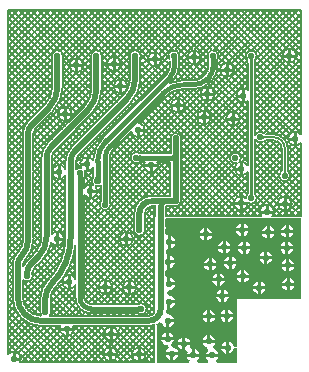
<source format=gbl>
G04 Layer_Physical_Order=2*
G04 Layer_Color=16711680*
%FSLAX24Y24*%
%MOIN*%
G70*
G01*
G75*
%ADD10C,0.0050*%
%ADD11C,0.0200*%
%ADD12C,0.0100*%
%ADD15C,0.0150*%
%ADD38C,0.0220*%
%ADD39C,0.0200*%
G36*
X8280Y5753D02*
X8282Y5732D01*
X8284Y5722D01*
X8287Y5713D01*
X8290Y5705D01*
X8293Y5697D01*
X8297Y5690D01*
X8302Y5684D01*
X8307Y5679D01*
X8153D01*
X8158Y5684D01*
X8163Y5690D01*
X8167Y5697D01*
X8170Y5705D01*
X8173Y5713D01*
X8176Y5722D01*
X8178Y5732D01*
X8179Y5742D01*
X8180Y5753D01*
X8180Y5764D01*
X8280D01*
X8280Y5753D01*
D02*
G37*
G36*
X3180Y6312D02*
X3180Y6245D01*
X3027Y6252D01*
X3027Y6253D01*
X3028Y6256D01*
X3028Y6259D01*
X3029Y6271D01*
X3030Y6321D01*
X3180Y6312D01*
D02*
G37*
G36*
X2597Y6350D02*
X2596Y6348D01*
X2596Y6345D01*
X2595Y6317D01*
X2595Y6284D01*
X2445D01*
X2443Y6351D01*
X2597D01*
X2597Y6350D01*
D02*
G37*
G36*
X4481Y1836D02*
X4480Y1837D01*
X4478Y1837D01*
X4475Y1837D01*
X4447Y1838D01*
X4414Y1838D01*
Y1988D01*
X4481Y1990D01*
Y1836D01*
D02*
G37*
G36*
X8750Y4936D02*
X8832Y4952D01*
X8877Y4946D01*
X8902Y4929D01*
X8931Y4924D01*
X9264D01*
X9264Y4924D01*
X9264Y4924D01*
X9688D01*
X9688Y4924D01*
X9688Y4924D01*
X9875D01*
X9898Y4905D01*
Y2250D01*
X7750D01*
Y651D01*
X7650Y641D01*
X7638Y702D01*
X7591Y771D01*
X7522Y818D01*
X7490Y824D01*
Y620D01*
Y416D01*
X7522Y422D01*
X7591Y469D01*
X7638Y538D01*
X7650Y599D01*
X7750Y589D01*
Y102D01*
X7087D01*
X7056Y202D01*
X7081Y219D01*
X7128Y288D01*
X7134Y320D01*
X6726D01*
X6732Y288D01*
X6779Y219D01*
X6804Y202D01*
X6773Y102D01*
X6457D01*
X6427Y202D01*
X6451Y219D01*
X6498Y288D01*
X6504Y320D01*
X6096D01*
X6102Y288D01*
X6149Y219D01*
X6173Y202D01*
X6143Y102D01*
X5095D01*
X5076Y125D01*
Y285D01*
X5076Y285D01*
X5076Y285D01*
Y497D01*
X5076Y497D01*
X5076Y497D01*
Y1133D01*
X5076Y1133D01*
X5076Y1133D01*
Y1203D01*
X5076Y1203D01*
X5076Y1203D01*
Y1367D01*
X5071Y1397D01*
X5074Y1408D01*
X5163Y1458D01*
X5252Y1428D01*
X5299Y1359D01*
X5368Y1312D01*
X5400Y1306D01*
Y1510D01*
X5450D01*
Y1560D01*
X5654D01*
X5648Y1592D01*
X5601Y1661D01*
X5532Y1708D01*
X5450Y1724D01*
X5386Y1799D01*
X5394Y1864D01*
X5430Y1890D01*
Y2140D01*
X5480D01*
Y2190D01*
X5684D01*
X5678Y2222D01*
X5631Y2291D01*
X5562Y2338D01*
X5480Y2354D01*
X5419Y2433D01*
Y2457D01*
X5480Y2536D01*
X5562Y2552D01*
X5631Y2599D01*
X5678Y2668D01*
X5684Y2700D01*
X5480D01*
Y2750D01*
X5430D01*
Y2985D01*
X5363Y3035D01*
Y3188D01*
X5420Y3233D01*
Y3480D01*
Y3727D01*
X5378Y3760D01*
X5380Y3863D01*
X5440Y3905D01*
Y4130D01*
Y4355D01*
X5363Y4409D01*
Y4559D01*
X5373Y4610D01*
X5363Y4661D01*
Y4905D01*
X5385Y4924D01*
X6294D01*
X6294Y4924D01*
X6294Y4924D01*
X6506D01*
X6506Y4924D01*
X6506Y4924D01*
X8203D01*
X8203Y4924D01*
X8203Y4924D01*
X8569D01*
X8598Y4929D01*
X8623Y4946D01*
X8668Y4952D01*
X8750Y4936D01*
D02*
G37*
G36*
X3440Y5522D02*
X3440Y5455D01*
X3287Y5462D01*
X3287Y5463D01*
X3288Y5466D01*
X3288Y5469D01*
X3289Y5481D01*
X3290Y5531D01*
X3440Y5522D01*
D02*
G37*
G36*
X9375Y6510D02*
X9375Y6502D01*
X9377Y6493D01*
X9379Y6484D01*
X9383Y6474D01*
X9387Y6465D01*
X9393Y6455D01*
X9399Y6444D01*
X9415Y6423D01*
X9424Y6411D01*
X9270Y6425D01*
X9281Y6434D01*
X9290Y6443D01*
X9298Y6452D01*
X9305Y6461D01*
X9311Y6470D01*
X9316Y6479D01*
X9320Y6488D01*
X9323Y6497D01*
X9324Y6506D01*
X9325Y6515D01*
X9375Y6510D01*
D02*
G37*
G36*
X8282Y10275D02*
X8282Y10271D01*
X8307D01*
X8302Y10266D01*
X8297Y10260D01*
X8293Y10253D01*
X8290Y10245D01*
X8287Y10237D01*
X8284Y10228D01*
X8282Y10218D01*
X8281Y10208D01*
X8281Y10203D01*
X8280Y10124D01*
X8180D01*
X8178Y10212D01*
X8178Y10218D01*
X8176Y10228D01*
X8173Y10237D01*
X8170Y10245D01*
X8167Y10253D01*
X8163Y10260D01*
X8158Y10266D01*
X8153Y10271D01*
X8177D01*
X8177Y10277D01*
X8283D01*
X8282Y10275D01*
D02*
G37*
G36*
X5735Y10214D02*
X5585Y10195D01*
X5585Y10208D01*
X5581Y10263D01*
X5580Y10265D01*
X5734Y10279D01*
X5735Y10214D01*
D02*
G37*
G36*
X7027Y10270D02*
X7026Y10268D01*
X7026Y10265D01*
X7025Y10237D01*
X7025Y10204D01*
X6875D01*
X6873Y10271D01*
X7027D01*
X7027Y10270D01*
D02*
G37*
G36*
X4480Y7027D02*
X4482Y7026D01*
X4485Y7026D01*
X4513Y7025D01*
X4546Y7025D01*
Y6875D01*
X4479Y6873D01*
Y7027D01*
X4480Y7027D01*
D02*
G37*
G36*
X5641Y6873D02*
X5640Y6873D01*
X5638Y6874D01*
X5635Y6874D01*
X5607Y6875D01*
X5574Y6875D01*
Y7025D01*
X5641Y7027D01*
Y6873D01*
D02*
G37*
G36*
X8619Y7697D02*
X8638Y7680D01*
X8648Y7674D01*
X8658Y7668D01*
X8667Y7663D01*
X8676Y7660D01*
X8685Y7657D01*
X8694Y7656D01*
X8703Y7655D01*
Y7605D01*
X8694Y7604D01*
X8685Y7603D01*
X8676Y7600D01*
X8667Y7597D01*
X8658Y7592D01*
X8648Y7586D01*
X8638Y7580D01*
X8629Y7572D01*
X8619Y7563D01*
X8609Y7553D01*
Y7707D01*
X8619Y7697D01*
D02*
G37*
%LPC*%
G36*
X8694Y2570D02*
X8540D01*
Y2416D01*
X8572Y2422D01*
X8641Y2469D01*
X8688Y2538D01*
X8694Y2570D01*
D02*
G37*
G36*
X8440D02*
X8286D01*
X8292Y2538D01*
X8339Y2469D01*
X8408Y2422D01*
X8440Y2416D01*
Y2570D01*
D02*
G37*
G36*
X9410Y2680D02*
X9256D01*
X9262Y2648D01*
X9309Y2579D01*
X9378Y2532D01*
X9410Y2526D01*
Y2680D01*
D02*
G37*
G36*
X8440Y2824D02*
X8408Y2818D01*
X8339Y2771D01*
X8292Y2702D01*
X8286Y2670D01*
X8440D01*
Y2824D01*
D02*
G37*
G36*
X9664Y2680D02*
X9510D01*
Y2526D01*
X9542Y2532D01*
X9611Y2579D01*
X9658Y2648D01*
X9664Y2680D01*
D02*
G37*
G36*
X7220Y2290D02*
X7066D01*
X7072Y2258D01*
X7119Y2189D01*
X7188Y2142D01*
X7220Y2136D01*
Y2290D01*
D02*
G37*
G36*
X5684Y2090D02*
X5530D01*
Y1936D01*
X5562Y1942D01*
X5631Y1989D01*
X5678Y2058D01*
X5684Y2090D01*
D02*
G37*
G36*
X7474Y2290D02*
X7320D01*
Y2136D01*
X7352Y2142D01*
X7421Y2189D01*
X7468Y2258D01*
X7474Y2290D01*
D02*
G37*
G36*
X7320Y2544D02*
Y2390D01*
X7474D01*
X7468Y2422D01*
X7421Y2491D01*
X7352Y2538D01*
X7320Y2544D01*
D02*
G37*
G36*
X7220D02*
X7188Y2538D01*
X7119Y2491D01*
X7072Y2422D01*
X7066Y2390D01*
X7220D01*
Y2544D01*
D02*
G37*
G36*
X8540Y2824D02*
Y2670D01*
X8694D01*
X8688Y2702D01*
X8641Y2771D01*
X8572Y2818D01*
X8540Y2824D01*
D02*
G37*
G36*
X7090Y3094D02*
X7058Y3088D01*
X6989Y3041D01*
X6942Y2972D01*
X6936Y2940D01*
X7090D01*
Y3094D01*
D02*
G37*
G36*
X5530Y2954D02*
Y2800D01*
X5684D01*
X5678Y2832D01*
X5631Y2901D01*
X5562Y2948D01*
X5530Y2954D01*
D02*
G37*
G36*
X7190Y3094D02*
Y2940D01*
X7344D01*
X7338Y2972D01*
X7291Y3041D01*
X7222Y3088D01*
X7190Y3094D01*
D02*
G37*
G36*
X8000Y3204D02*
Y3050D01*
X8154D01*
X8148Y3082D01*
X8101Y3151D01*
X8032Y3198D01*
X8000Y3204D01*
D02*
G37*
G36*
X7900D02*
X7868Y3198D01*
X7799Y3151D01*
X7752Y3082D01*
X7746Y3050D01*
X7900D01*
Y3204D01*
D02*
G37*
G36*
X8154Y2950D02*
X8000D01*
Y2796D01*
X8032Y2802D01*
X8101Y2849D01*
X8148Y2918D01*
X8154Y2950D01*
D02*
G37*
G36*
X7344Y2840D02*
X7190D01*
Y2686D01*
X7222Y2692D01*
X7291Y2739D01*
X7338Y2808D01*
X7344Y2840D01*
D02*
G37*
G36*
X7090D02*
X6936D01*
X6942Y2808D01*
X6989Y2739D01*
X7058Y2692D01*
X7090Y2686D01*
Y2840D01*
D02*
G37*
G36*
X9410Y2934D02*
X9378Y2928D01*
X9309Y2881D01*
X9262Y2812D01*
X9256Y2780D01*
X9410D01*
Y2934D01*
D02*
G37*
G36*
X7900Y2950D02*
X7746D01*
X7752Y2918D01*
X7799Y2849D01*
X7868Y2802D01*
X7900Y2796D01*
Y2950D01*
D02*
G37*
G36*
X9510Y2934D02*
Y2780D01*
X9664D01*
X9658Y2812D01*
X9611Y2881D01*
X9542Y2928D01*
X9510Y2934D01*
D02*
G37*
G36*
X7470Y1884D02*
Y1730D01*
X7624D01*
X7618Y1762D01*
X7571Y1831D01*
X7502Y1878D01*
X7470Y1884D01*
D02*
G37*
G36*
X5938Y704D02*
X5784D01*
X5790Y672D01*
X5837Y603D01*
X5906Y556D01*
X5938Y550D01*
Y704D01*
D02*
G37*
G36*
X5644Y860D02*
X5236D01*
X5242Y828D01*
X5289Y759D01*
X5358Y712D01*
X5429Y698D01*
X5440Y696D01*
X5447Y694D01*
X5475Y593D01*
X5437Y567D01*
X5391Y498D01*
X5384Y466D01*
X5793D01*
X5786Y498D01*
X5740Y567D01*
X5670Y614D01*
X5599Y628D01*
X5588Y630D01*
X5581Y632D01*
X5554Y733D01*
X5591Y759D01*
X5638Y828D01*
X5644Y860D01*
D02*
G37*
G36*
X7390Y824D02*
X7358Y818D01*
X7289Y771D01*
X7242Y702D01*
X7236Y670D01*
X7390D01*
Y824D01*
D02*
G37*
G36*
X6038Y958D02*
Y804D01*
X6192D01*
X6186Y836D01*
X6140Y906D01*
X6070Y952D01*
X6038Y958D01*
D02*
G37*
G36*
X5938D02*
X5906Y952D01*
X5837Y906D01*
X5790Y836D01*
X5784Y804D01*
X5938D01*
Y958D01*
D02*
G37*
G36*
X7024Y780D02*
X6616D01*
X6622Y748D01*
X6669Y679D01*
X6738Y632D01*
X6758Y628D01*
X6779Y522D01*
X6779Y521D01*
X6732Y452D01*
X6726Y420D01*
X7134D01*
X7128Y452D01*
X7081Y521D01*
X7012Y568D01*
X6992Y572D01*
X6971Y678D01*
X6971Y679D01*
X7018Y748D01*
X7024Y780D01*
D02*
G37*
G36*
X5793Y366D02*
X5638D01*
Y212D01*
X5670Y218D01*
X5740Y264D01*
X5786Y334D01*
X5793Y366D01*
D02*
G37*
G36*
X5538D02*
X5384D01*
X5391Y334D01*
X5437Y264D01*
X5507Y218D01*
X5538Y212D01*
Y366D01*
D02*
G37*
G36*
X7390Y570D02*
X7236D01*
X7242Y538D01*
X7289Y469D01*
X7358Y422D01*
X7390Y416D01*
Y570D01*
D02*
G37*
G36*
X6350Y574D02*
Y420D01*
X6504D01*
X6498Y452D01*
X6451Y521D01*
X6382Y568D01*
X6350Y574D01*
D02*
G37*
G36*
X6192Y704D02*
X6038D01*
Y550D01*
X6049Y552D01*
X6100Y499D01*
X6115Y471D01*
X6102Y452D01*
X6096Y420D01*
X6250D01*
Y574D01*
X6239Y572D01*
X6188Y625D01*
X6173Y653D01*
X6186Y672D01*
X6192Y704D01*
D02*
G37*
G36*
X6770Y1034D02*
X6738Y1028D01*
X6669Y981D01*
X6622Y912D01*
X6616Y880D01*
X6770D01*
Y1034D01*
D02*
G37*
G36*
X7624Y1630D02*
X7470D01*
Y1476D01*
X7502Y1482D01*
X7571Y1529D01*
X7618Y1598D01*
X7624Y1630D01*
D02*
G37*
G36*
X7370D02*
X7216D01*
X7222Y1598D01*
X7269Y1529D01*
X7338Y1482D01*
X7370Y1476D01*
Y1630D01*
D02*
G37*
G36*
X6770Y1874D02*
X6738Y1868D01*
X6669Y1821D01*
X6622Y1752D01*
X6616Y1720D01*
X6770D01*
Y1874D01*
D02*
G37*
G36*
X7370Y1884D02*
X7338Y1878D01*
X7269Y1831D01*
X7222Y1762D01*
X7216Y1730D01*
X7370D01*
Y1884D01*
D02*
G37*
G36*
X6870Y1874D02*
Y1720D01*
X7024D01*
X7018Y1752D01*
X6971Y1821D01*
X6902Y1868D01*
X6870Y1874D01*
D02*
G37*
G36*
X7024Y1620D02*
X6870D01*
Y1466D01*
X6902Y1472D01*
X6971Y1519D01*
X7018Y1588D01*
X7024Y1620D01*
D02*
G37*
G36*
X5390Y1114D02*
X5358Y1108D01*
X5289Y1061D01*
X5242Y992D01*
X5236Y960D01*
X5390D01*
Y1114D01*
D02*
G37*
G36*
X6870Y1034D02*
Y880D01*
X7024D01*
X7018Y912D01*
X6971Y981D01*
X6902Y1028D01*
X6870Y1034D01*
D02*
G37*
G36*
X5490Y1114D02*
Y960D01*
X5644D01*
X5638Y992D01*
X5591Y1061D01*
X5522Y1108D01*
X5490Y1114D01*
D02*
G37*
G36*
X6770Y1620D02*
X6616D01*
X6622Y1588D01*
X6669Y1519D01*
X6738Y1472D01*
X6770Y1466D01*
Y1620D01*
D02*
G37*
G36*
X5654Y1460D02*
X5500D01*
Y1306D01*
X5532Y1312D01*
X5601Y1359D01*
X5648Y1428D01*
X5654Y1460D01*
D02*
G37*
G36*
X9400Y3310D02*
X9246D01*
X9252Y3278D01*
X9299Y3209D01*
X9368Y3162D01*
X9400Y3156D01*
Y3310D01*
D02*
G37*
G36*
X6670Y4350D02*
X6516D01*
X6522Y4318D01*
X6569Y4249D01*
X6638Y4202D01*
X6670Y4196D01*
Y4350D01*
D02*
G37*
G36*
X5540Y4334D02*
Y4180D01*
X5694D01*
X5688Y4212D01*
X5641Y4281D01*
X5572Y4328D01*
X5540Y4334D01*
D02*
G37*
G36*
X6924Y4350D02*
X6770D01*
Y4196D01*
X6802Y4202D01*
X6871Y4249D01*
X6918Y4318D01*
X6924Y4350D01*
D02*
G37*
G36*
X9004Y4420D02*
X8850D01*
Y4266D01*
X8882Y4272D01*
X8951Y4319D01*
X8998Y4388D01*
X9004Y4420D01*
D02*
G37*
G36*
X8750D02*
X8596D01*
X8602Y4388D01*
X8649Y4319D01*
X8718Y4272D01*
X8750Y4266D01*
Y4420D01*
D02*
G37*
G36*
X7380Y4164D02*
Y4010D01*
X7534D01*
X7528Y4042D01*
X7481Y4111D01*
X7412Y4158D01*
X7380Y4164D01*
D02*
G37*
G36*
X9470Y4144D02*
Y3990D01*
X9624D01*
X9618Y4022D01*
X9571Y4091D01*
X9502Y4138D01*
X9470Y4144D01*
D02*
G37*
G36*
X9370D02*
X9338Y4138D01*
X9269Y4091D01*
X9222Y4022D01*
X9216Y3990D01*
X9370D01*
Y4144D01*
D02*
G37*
G36*
X7950Y4154D02*
X7918Y4148D01*
X7849Y4101D01*
X7802Y4032D01*
X7796Y4000D01*
X7950D01*
Y4154D01*
D02*
G37*
G36*
X7280Y4164D02*
X7248Y4158D01*
X7179Y4111D01*
X7132Y4042D01*
X7126Y4010D01*
X7280D01*
Y4164D01*
D02*
G37*
G36*
X8050Y4154D02*
Y4000D01*
X8204D01*
X8198Y4032D01*
X8151Y4101D01*
X8082Y4148D01*
X8050Y4154D01*
D02*
G37*
G36*
X9380Y4450D02*
X9226D01*
X9232Y4418D01*
X9279Y4349D01*
X9348Y4302D01*
X9380Y4296D01*
Y4450D01*
D02*
G37*
G36*
Y4704D02*
X9348Y4698D01*
X9279Y4651D01*
X9232Y4582D01*
X9226Y4550D01*
X9380D01*
Y4704D01*
D02*
G37*
G36*
X8850Y4674D02*
Y4520D01*
X9004D01*
X8998Y4552D01*
X8951Y4621D01*
X8882Y4668D01*
X8850Y4674D01*
D02*
G37*
G36*
X9480Y4704D02*
Y4550D01*
X9634D01*
X9628Y4582D01*
X9581Y4651D01*
X9512Y4698D01*
X9480Y4704D01*
D02*
G37*
G36*
X7980Y4744D02*
Y4590D01*
X8134D01*
X8128Y4622D01*
X8081Y4691D01*
X8012Y4738D01*
X7980Y4744D01*
D02*
G37*
G36*
X7880D02*
X7848Y4738D01*
X7779Y4691D01*
X7732Y4622D01*
X7726Y4590D01*
X7880D01*
Y4744D01*
D02*
G37*
G36*
X8750Y4674D02*
X8718Y4668D01*
X8649Y4621D01*
X8602Y4552D01*
X8596Y4520D01*
X8750D01*
Y4674D01*
D02*
G37*
G36*
X7880Y4490D02*
X7726D01*
X7732Y4458D01*
X7779Y4389D01*
X7848Y4342D01*
X7880Y4336D01*
Y4490D01*
D02*
G37*
G36*
X9634Y4450D02*
X9480D01*
Y4296D01*
X9512Y4302D01*
X9581Y4349D01*
X9628Y4418D01*
X9634Y4450D01*
D02*
G37*
G36*
X8134Y4490D02*
X7980D01*
Y4336D01*
X8012Y4342D01*
X8081Y4389D01*
X8128Y4458D01*
X8134Y4490D01*
D02*
G37*
G36*
X6770Y4604D02*
Y4450D01*
X6924D01*
X6918Y4482D01*
X6871Y4551D01*
X6802Y4598D01*
X6770Y4604D01*
D02*
G37*
G36*
X6670D02*
X6638Y4598D01*
X6569Y4551D01*
X6522Y4482D01*
X6516Y4450D01*
X6670D01*
Y4604D01*
D02*
G37*
G36*
X5694Y4080D02*
X5540D01*
Y3926D01*
X5572Y3932D01*
X5641Y3979D01*
X5688Y4048D01*
X5694Y4080D01*
D02*
G37*
G36*
X9500Y3564D02*
Y3410D01*
X9654D01*
X9648Y3442D01*
X9601Y3511D01*
X9532Y3558D01*
X9500Y3564D01*
D02*
G37*
G36*
X9400D02*
X9368Y3558D01*
X9299Y3511D01*
X9252Y3442D01*
X9246Y3410D01*
X9400D01*
Y3564D01*
D02*
G37*
G36*
X8660Y3570D02*
X8506D01*
X8512Y3538D01*
X8559Y3469D01*
X8628Y3422D01*
X8660Y3416D01*
Y3570D01*
D02*
G37*
G36*
X6810Y3604D02*
X6778Y3598D01*
X6709Y3551D01*
X6662Y3482D01*
X6656Y3450D01*
X6810D01*
Y3604D01*
D02*
G37*
G36*
X8914Y3570D02*
X8760D01*
Y3416D01*
X8792Y3422D01*
X8861Y3469D01*
X8908Y3538D01*
X8914Y3570D01*
D02*
G37*
G36*
X5674Y3430D02*
X5520D01*
Y3276D01*
X5552Y3282D01*
X5621Y3329D01*
X5668Y3398D01*
X5674Y3430D01*
D02*
G37*
G36*
X6810Y3350D02*
X6656D01*
X6662Y3318D01*
X6709Y3249D01*
X6778Y3202D01*
X6810Y3196D01*
Y3350D01*
D02*
G37*
G36*
X9654Y3310D02*
X9500D01*
Y3156D01*
X9532Y3162D01*
X9601Y3209D01*
X9648Y3278D01*
X9654Y3310D01*
D02*
G37*
G36*
X7064Y3350D02*
X6910D01*
Y3196D01*
X6942Y3202D01*
X7011Y3249D01*
X7058Y3318D01*
X7064Y3350D01*
D02*
G37*
G36*
X7734Y3400D02*
X7580D01*
Y3246D01*
X7612Y3252D01*
X7681Y3299D01*
X7728Y3368D01*
X7734Y3400D01*
D02*
G37*
G36*
X7480D02*
X7326D01*
X7332Y3368D01*
X7379Y3299D01*
X7448Y3252D01*
X7480Y3246D01*
Y3400D01*
D02*
G37*
G36*
X6910Y3604D02*
Y3450D01*
X7064D01*
X7058Y3482D01*
X7011Y3551D01*
X6942Y3598D01*
X6910Y3604D01*
D02*
G37*
G36*
X7950Y3900D02*
X7796D01*
X7802Y3868D01*
X7849Y3799D01*
X7918Y3752D01*
X7950Y3746D01*
Y3900D01*
D02*
G37*
G36*
X9624Y3890D02*
X9470D01*
Y3736D01*
X9502Y3742D01*
X9571Y3789D01*
X9618Y3858D01*
X9624Y3890D01*
D02*
G37*
G36*
X8204Y3900D02*
X8050D01*
Y3746D01*
X8082Y3752D01*
X8151Y3799D01*
X8198Y3868D01*
X8204Y3900D01*
D02*
G37*
G36*
X7534Y3910D02*
X7380D01*
Y3756D01*
X7412Y3762D01*
X7481Y3809D01*
X7528Y3878D01*
X7534Y3910D01*
D02*
G37*
G36*
X7280D02*
X7126D01*
X7132Y3878D01*
X7179Y3809D01*
X7248Y3762D01*
X7280Y3756D01*
Y3910D01*
D02*
G37*
G36*
X9370Y3890D02*
X9216D01*
X9222Y3858D01*
X9269Y3789D01*
X9338Y3742D01*
X9370Y3736D01*
Y3890D01*
D02*
G37*
G36*
X7580Y3654D02*
Y3500D01*
X7734D01*
X7728Y3532D01*
X7681Y3601D01*
X7612Y3648D01*
X7580Y3654D01*
D02*
G37*
G36*
X7480D02*
X7448Y3648D01*
X7379Y3601D01*
X7332Y3532D01*
X7326Y3500D01*
X7480D01*
Y3654D01*
D02*
G37*
G36*
X5520Y3684D02*
Y3530D01*
X5674D01*
X5668Y3562D01*
X5621Y3631D01*
X5552Y3678D01*
X5520Y3684D01*
D02*
G37*
G36*
X8760Y3824D02*
Y3670D01*
X8914D01*
X8908Y3702D01*
X8861Y3771D01*
X8792Y3818D01*
X8760Y3824D01*
D02*
G37*
G36*
X8660D02*
X8628Y3818D01*
X8559Y3771D01*
X8512Y3702D01*
X8506Y3670D01*
X8660D01*
Y3824D01*
D02*
G37*
%LPD*%
D10*
X5720Y6940D02*
G03*
X5696Y6950I-24J-24D01*
G01*
X9350Y7250D02*
G03*
X8970Y7630I-380J0D01*
G01*
X9340Y6340D02*
G03*
X9350Y6350I0J10D01*
G01*
X509Y125D02*
G03*
X545Y250I-199J125D01*
G01*
D02*
G03*
X125Y395I-235J0D01*
G01*
X275Y2280D02*
G03*
X1220Y1335I945J0D01*
G01*
X625Y2280D02*
G03*
X1220Y1685I595J0D01*
G01*
X1515D02*
G03*
X1555Y1800I-145J115D01*
G01*
X1195Y1860D02*
G03*
X1225Y1685I175J-60D01*
G01*
X1555Y1800D02*
G03*
X1545Y1860I-185J0D01*
G01*
X945Y3000D02*
G03*
X935Y3060I-185J0D01*
G01*
X625Y2874D02*
G03*
X945Y3000I135J126D01*
G01*
X935Y3097D02*
G03*
X932Y3131I-175J0D01*
G01*
X935Y3097D02*
G03*
X932Y3131I-175J0D01*
G01*
X994Y3256D02*
G03*
X932Y3131I154J-154D01*
G01*
X1694Y2616D02*
G03*
X1545Y2257I359J-359D01*
G01*
X1446Y2864D02*
G03*
X1195Y2257I607J-607D01*
G01*
X446Y3794D02*
G03*
X275Y3380I413J-413D01*
G01*
X746Y3504D02*
G03*
X625Y3324I401J-401D01*
G01*
X694Y3546D02*
G03*
X625Y3380I166J-166D01*
G01*
X694Y3546D02*
G03*
X965Y4200I-655J655D01*
G01*
X446Y3794D02*
G03*
X615Y4200I-407J407D01*
G01*
X615Y4320D02*
G03*
X615Y4200I175J-60D01*
G01*
X1241Y3503D02*
G03*
X1563Y4108I-831J831D01*
G01*
X993Y3751D02*
G03*
X1235Y4334I-583J583D01*
G01*
X1563Y4108D02*
G03*
X1985Y4250I187J142D01*
G01*
X965Y4200D02*
G03*
X975Y4260I-175J60D01*
G01*
D02*
G03*
X965Y4320I-185J0D01*
G01*
X1985Y4250D02*
G03*
X1585Y4417I-235J0D01*
G01*
X1865Y1335D02*
G03*
X2315Y1240I215J-95D01*
G01*
D02*
G03*
X2295Y1335I-235J0D01*
G01*
X2370Y2280D02*
G03*
X2887Y1763I517J0D01*
G01*
X3765Y400D02*
G03*
X3765Y400I-235J0D01*
G01*
X3795Y1080D02*
G03*
X3795Y1080I-235J0D01*
G01*
X2670Y2280D02*
G03*
X2887Y2063I217J0D01*
G01*
X1694Y2616D02*
G03*
X2370Y4019I-1669J1669D01*
G01*
X1447Y2864D02*
G03*
X2035Y4284I-1422J1421D01*
G01*
X2370Y2915D02*
G03*
X2370Y2705I-210J-105D01*
G01*
X2035Y5240D02*
G03*
X2035Y5120I175J-60D01*
G01*
X3595Y2640D02*
G03*
X3595Y2640I-235J0D01*
G01*
X3213Y5492D02*
G03*
X3545Y5380I147J-112D01*
G01*
X615Y6540D02*
G03*
X615Y6420I175J-60D01*
G01*
X965D02*
G03*
X975Y6480I-175J60D01*
G01*
D02*
G03*
X965Y6540I-185J0D01*
G01*
X1235Y6640D02*
G03*
X1235Y6520I175J-60D01*
G01*
X1585D02*
G03*
X1595Y6580I-175J60D01*
G01*
X2035Y6585D02*
G03*
X2035Y6355I-205J-115D01*
G01*
X1595Y6580D02*
G03*
X1585Y6640I-185J0D01*
G01*
X1436Y7434D02*
G03*
X1235Y6948I486J-486D01*
G01*
X1683Y7186D02*
G03*
X1585Y6948I239J-238D01*
G01*
X2228Y7295D02*
G03*
X2035Y6830I465J-465D01*
G01*
X1034Y7914D02*
G03*
X965Y7748I166J-166D01*
G01*
X786Y8161D02*
G03*
X615Y7748I413J-413D01*
G01*
X2255Y8400D02*
G03*
X2255Y8400I-235J0D01*
G01*
X1353Y8728D02*
G03*
X1595Y9312I-583J583D01*
G01*
X1601Y8481D02*
G03*
X1945Y9312I-831J831D01*
G01*
X1955Y10350D02*
G03*
X1595Y10290I-185J0D01*
G01*
X1945D02*
G03*
X1955Y10350I-175J60D01*
G01*
X2672Y6324D02*
G03*
X2705Y6430I-152J106D01*
G01*
X2565Y6610D02*
G03*
X2385Y6556I-45J-180D01*
G01*
X2705Y6430D02*
G03*
X2683Y6518I-185J0D01*
G01*
X2670Y5707D02*
G03*
X3105Y5830I200J123D01*
G01*
X2963Y6046D02*
G03*
X2670Y5953I-93J-216D01*
G01*
X2683Y6518D02*
G03*
X2955Y6609I77J222D01*
G01*
X2475Y7048D02*
G03*
X2385Y6830I218J-218D01*
G01*
X2956Y6869D02*
G03*
X2565Y6610I-196J-129D01*
G01*
X3105Y5830D02*
G03*
X3036Y5996I-235J0D01*
G01*
D02*
G03*
X3215Y6025I64J174D01*
G01*
X2953Y6282D02*
G03*
X2963Y6046I147J-112D01*
G01*
X3292Y7624D02*
G03*
X2956Y6869I813J-813D01*
G01*
X3636Y7234D02*
G03*
X3515Y6942I293J-292D01*
G01*
X2635Y10030D02*
G03*
X2635Y10030I-235J0D01*
G01*
X2901Y8403D02*
G03*
X3245Y9234I-831J831D01*
G01*
X2653Y8651D02*
G03*
X2895Y9234I-583J583D01*
G01*
X3255Y10350D02*
G03*
X2895Y10290I-185J0D01*
G01*
X3885Y10070D02*
G03*
X3885Y10070I-235J0D01*
G01*
X3245Y10290D02*
G03*
X3255Y10350I-175J60D01*
G01*
X4405Y2630D02*
G03*
X4405Y2630I-235J0D01*
G01*
X4715Y390D02*
G03*
X4715Y390I-235J0D01*
G01*
X4745Y1913D02*
G03*
X4456Y2066I-185J0D01*
G01*
X4454Y1762D02*
G03*
X4745Y1913I106J152D01*
G01*
X4810Y1335D02*
G03*
X5000Y1367I0J575D01*
G01*
X4810Y1685D02*
G03*
X5000Y1789I0J225D01*
G01*
X4295Y4240D02*
G03*
X4295Y4240I-235J0D01*
G01*
X4328Y4583D02*
G03*
X4688Y4523I175J-60D01*
G01*
X3545Y5380D02*
G03*
X3517Y5478I-185J0D01*
G01*
X4506Y7102D02*
G03*
X4504Y6797I-106J-152D01*
G01*
X4918Y5680D02*
G03*
X4328Y5090I0J-590D01*
G01*
X4682Y6800D02*
G03*
X5125Y6690I208J-110D01*
G01*
X4688Y4523D02*
G03*
X4678Y4583I-185J0D01*
G01*
X4918Y5330D02*
G03*
X4678Y5090I0J-240D01*
G01*
X5036Y5330D02*
G03*
X5035Y5300I384J-30D01*
G01*
X5402Y5330D02*
G03*
X5385Y5300I18J-30D01*
G01*
X5125Y6690D02*
G03*
X5098Y6800I-235J0D01*
G01*
X5648Y5330D02*
G03*
X5893Y5505I60J175D01*
G01*
D02*
G03*
X5883Y5565I-185J0D01*
G01*
X8093Y5724D02*
G03*
X8045Y5597I137J-124D01*
G01*
X8114Y5456D02*
G03*
X8415Y5600I116J144D01*
G01*
X8045Y5597D02*
G03*
X8115Y5430I-165J-167D01*
G01*
X8931Y5000D02*
G03*
X8985Y5150I-181J150D01*
G01*
D02*
G03*
X8569Y5000I-235J0D01*
G01*
X9575Y5420D02*
G03*
X9575Y5420I-235J0D01*
G01*
X8415Y5600D02*
G03*
X8367Y5724I-185J0D01*
G01*
X9216Y6477D02*
G03*
X9525Y6340I124J-137D01*
G01*
D02*
G03*
X9487Y6453I-185J0D01*
G01*
X5883Y6863D02*
G03*
X5905Y6950I-163J87D01*
G01*
D02*
G03*
X5895Y7010I-185J0D01*
G01*
X7885Y6940D02*
G03*
X7754Y6763I-185J0D01*
G01*
Y6763D02*
G03*
X8105Y6464I146J-184D01*
G01*
Y6694D02*
G03*
X7822Y6801I-205J-115D01*
G01*
Y6801D02*
G03*
X7885Y6940I-122J139D01*
G01*
X4221Y7819D02*
G03*
X4685Y7870I229J51D01*
G01*
D02*
G03*
X4501Y8099I-235J0D01*
G01*
X4105Y9330D02*
G03*
X4105Y9330I-235J0D01*
G01*
X4208Y8780D02*
G03*
X4535Y9570I-790J790D01*
G01*
X3961Y9028D02*
G03*
X4185Y9570I-542J542D01*
G01*
X5905Y7590D02*
G03*
X5545Y7530I-185J0D01*
G01*
X5895D02*
G03*
X5905Y7590I-175J60D01*
G01*
X6015Y8690D02*
G03*
X6015Y8690I-235J0D01*
G01*
X6885Y8290D02*
G03*
X6885Y8290I-235J0D01*
G01*
X5994Y9240D02*
G03*
X5393Y8991I0J-850D01*
G01*
X5994Y9540D02*
G03*
X5538Y9445I0J-1150D01*
G01*
X6344Y9240D02*
G03*
X6836Y9444I0J696D01*
G01*
X6344Y9540D02*
G03*
X6624Y9656I0J396D01*
G01*
X5245Y10230D02*
G03*
X5245Y10230I-235J0D01*
G01*
X4535Y10290D02*
G03*
X4545Y10350I-175J60D01*
G01*
D02*
G03*
X4185Y10290I-185J0D01*
G01*
X5625Y9533D02*
G03*
X5810Y9980I-447J447D01*
G01*
X5413Y9745D02*
G03*
X5510Y9980I-236J235D01*
G01*
X6724Y9756D02*
G03*
X6800Y9940I-184J184D01*
G01*
X5835Y10350D02*
G03*
X5507Y10233I-185J0D01*
G01*
X5811Y10258D02*
G03*
X5835Y10350I-161J92D01*
G01*
X6555Y10290D02*
G03*
X6555Y10290I-235J0D01*
G01*
X7855Y8250D02*
G03*
X7855Y8250I-235J0D01*
G01*
X7005Y9070D02*
G03*
X7005Y9070I-235J0D01*
G01*
X8105Y9212D02*
G03*
X8105Y8828I-135J-192D01*
G01*
X8355Y7570D02*
G03*
X8655Y7494I175J60D01*
G01*
X9250Y7250D02*
G03*
X8970Y7530I-280J0D01*
G01*
X9450Y7250D02*
G03*
X8970Y7730I-480J0D01*
G01*
X9875Y7725D02*
G03*
X9875Y7435I-185J-145D01*
G01*
X8655Y7766D02*
G03*
X8355Y7690I-125J-136D01*
G01*
X6936Y9544D02*
G03*
X7100Y9940I-396J396D01*
G01*
X7655Y9880D02*
G03*
X7655Y9880I-235J0D01*
G01*
X7135Y10350D02*
G03*
X6797Y10246I-185J0D01*
G01*
X7102Y10244D02*
G03*
X7135Y10350I-152J106D01*
G01*
X8415D02*
G03*
X8093Y10226I-185J0D01*
G01*
X9735Y10350D02*
G03*
X9735Y10350I-235J0D01*
G01*
X8367Y10226D02*
G03*
X8415Y10350I-137J124D01*
G01*
X9350Y6350D02*
Y7250D01*
X8530Y7630D02*
X8970D01*
X8220Y10340D02*
X8230Y10350D01*
X527Y160D02*
X562Y125D01*
X125Y987D02*
X987Y125D01*
X125Y713D02*
X831Y1419D01*
X125Y774D02*
X774Y125D01*
X125Y562D02*
X220Y467D01*
X125Y1199D02*
X1199Y125D01*
X470Y422D02*
X1383Y1335D01*
X597Y125D02*
X1807Y1335D01*
X470Y422D02*
X1383Y1335D01*
X543Y282D02*
X1595Y1335D01*
X125Y1623D02*
X1623Y125D01*
X125Y1835D02*
X1835Y125D01*
X125Y1411D02*
X1411Y125D01*
X125Y501D02*
X988Y1364D01*
X321Y485D02*
X1172Y1336D01*
X125Y2410D02*
X275Y2560D01*
X125Y2684D02*
X275Y2534D01*
X125Y2198D02*
X275Y2348D01*
X125Y2471D02*
X275Y2321D01*
X125Y3047D02*
X275Y3197D01*
X125Y3320D02*
X275Y3170D01*
X125Y2622D02*
X275Y2772D01*
X125Y3108D02*
X275Y2958D01*
X125Y2896D02*
X275Y2746D01*
X125Y1562D02*
X391Y1827D01*
X125Y1774D02*
X326Y1975D01*
X125Y925D02*
X694Y1495D01*
X125Y1350D02*
X475Y1699D01*
X125Y1138D02*
X576Y1588D01*
X125Y2047D02*
X480Y1692D01*
X125Y1986D02*
X285Y2146D01*
X125Y2835D02*
X275Y2985D01*
X125Y2259D02*
X294Y2090D01*
X635Y2174D02*
X1114Y1694D01*
X824Y1836D02*
X1195Y2208D01*
X1107Y1696D02*
X1187Y1775D01*
X950Y1750D02*
X1195Y1995D01*
X625Y2396D02*
X1188Y1833D01*
X1195Y1860D02*
Y2257D01*
X625Y2608D02*
X1195Y2038D01*
X725Y1950D02*
X1215Y2439D01*
X1022Y125D02*
X1945Y1048D01*
X810Y125D02*
X1855Y1171D01*
X1686Y1335D02*
X1858Y1163D01*
X1220Y1335D02*
X1865D01*
X1545Y1900D02*
X1760Y1685D01*
X1545Y1860D02*
Y2257D01*
Y2112D02*
X1972Y1685D01*
X625Y2820D02*
X1195Y2250D01*
X625Y2698D02*
X743Y2816D01*
X625Y2280D02*
Y2874D01*
Y3324D02*
Y3380D01*
X935Y3060D02*
Y3097D01*
X829Y2828D02*
X1215Y2442D01*
X1545Y2133D02*
X2028Y2616D01*
X1885Y2833D02*
X1926Y2792D01*
X1554Y2355D02*
X1937Y2737D01*
X655Y2092D02*
X1602Y3039D01*
X934Y2936D02*
X1267Y2602D01*
X935Y3147D02*
X1343Y2739D01*
X1016Y3278D02*
X1438Y2855D01*
X125Y3532D02*
X275Y3382D01*
X125Y3744D02*
X305Y3564D01*
X275Y2280D02*
Y3380D01*
X125Y3259D02*
X276Y3410D01*
X125Y3471D02*
X422Y3768D01*
X125Y3956D02*
X375Y3707D01*
X125Y395D02*
Y11875D01*
Y3683D02*
X614Y4172D01*
X625Y2274D02*
X1892Y3541D01*
X635Y3447D02*
X671Y3410D01*
X720Y3574D02*
X768Y3526D01*
X625Y2486D02*
X1987Y3848D01*
X746Y3504D02*
X993Y3751D01*
X813Y3693D02*
X874Y3632D01*
X888Y3830D02*
X980Y3738D01*
X125Y4169D02*
X472Y3821D01*
X125Y4381D02*
X557Y3949D01*
X125Y3895D02*
X615Y4385D01*
X125Y4319D02*
X615Y4809D01*
X125Y4956D02*
X615Y5446D01*
X125Y4107D02*
X615Y4597D01*
X125Y4593D02*
X608Y4110D01*
X125Y4805D02*
X614Y4316D01*
X125Y4532D02*
X615Y5022D01*
X125Y5229D02*
X615Y4739D01*
X869Y3791D02*
X1210Y4131D01*
X125Y5017D02*
X615Y4527D01*
X940Y3989D02*
X1079Y3851D01*
X125Y4744D02*
X615Y5234D01*
X125Y5441D02*
X615Y4951D01*
Y4320D02*
Y6420D01*
X125Y5168D02*
X615Y5658D01*
X125Y5653D02*
X615Y5163D01*
X1122Y3384D02*
X1541Y2965D01*
X994Y3256D02*
X1241Y3503D01*
X1228Y3490D02*
X1635Y3082D01*
X1549Y4047D02*
X1585Y4083D01*
X965Y4177D02*
X1157Y3985D01*
X959Y4092D02*
X1235Y4369D01*
X965Y4389D02*
X1212Y4142D01*
X1329Y3601D02*
X1722Y3208D01*
X1367Y3652D02*
X1731Y4016D01*
X1416Y3726D02*
X1800Y3342D01*
X1488Y3866D02*
X1869Y3485D01*
X1763Y4015D02*
X1976Y3802D01*
X944Y3017D02*
X2026Y4100D01*
X1543Y4023D02*
X1928Y3638D01*
X1911Y4079D02*
X2012Y3979D01*
X967Y4313D02*
X1235Y4581D01*
X965Y4601D02*
X1235Y4331D01*
X965Y4523D02*
X1235Y4793D01*
X965Y4813D02*
X1235Y4543D01*
X965Y5238D02*
X1235Y4968D01*
X965Y4320D02*
Y6420D01*
Y5159D02*
X1235Y5429D01*
Y4334D02*
Y6520D01*
X1585Y4618D02*
X1720Y4483D01*
X965Y4735D02*
X1235Y5005D01*
X965Y5026D02*
X1235Y4756D01*
X965Y4947D02*
X1235Y5217D01*
X1585Y4417D02*
Y6520D01*
X965Y5450D02*
X1235Y5180D01*
X1585Y4719D02*
X2026Y5160D01*
X1261Y1335D02*
X2471Y125D01*
X1234D02*
X2117Y1008D01*
X1030Y1354D02*
X2259Y125D01*
X632Y1540D02*
X2047Y125D01*
X1658D02*
X2868Y1335D01*
X1446Y125D02*
X2656Y1335D01*
X1474D02*
X2684Y125D01*
X2003Y1018D02*
X2896Y125D01*
X509D02*
X5000D01*
X2507D02*
X3352Y970D01*
X2197Y1036D02*
X3108Y125D01*
X2296Y1149D02*
X3320Y125D01*
X2082D02*
X3292Y1335D01*
X1870Y125D02*
X3080Y1335D01*
X2294Y125D02*
X3346Y1176D01*
X2322Y1335D02*
X3299Y358D01*
X2534Y1335D02*
X3336Y533D01*
X1733Y1685D02*
X2370Y2322D01*
X1549Y2320D02*
X2184Y1685D01*
X1521D02*
X2370Y2534D01*
X1545Y1921D02*
X2203Y2579D01*
X1733Y1685D02*
X2370Y2322D01*
X2305Y2625D02*
X2370Y2560D01*
X2142Y2576D02*
X2370Y2348D01*
X2295Y1335D02*
X4810D01*
X1515Y1685D02*
X4810D01*
X2312Y1203D02*
X2444Y1335D01*
X2370Y1685D02*
X2562Y1878D01*
X2582Y1685D02*
X2696Y1800D01*
X1686Y2608D02*
X2609Y1685D01*
X1598Y2483D02*
X2396Y1685D01*
X1945D02*
X2392Y2132D01*
X2157Y1685D02*
X2460Y1988D01*
X2931Y125D02*
X3331Y525D01*
X2719Y125D02*
X3461Y867D01*
X3355Y125D02*
X3422Y191D01*
X3143Y125D02*
X3318Y300D01*
X2746Y1335D02*
X3458Y624D01*
X3171Y1335D02*
X3341Y1165D01*
X3383Y1335D02*
X3437Y1280D01*
X3464Y1294D02*
X3504Y1335D01*
X3430Y1685D02*
X3509Y1763D01*
X3488Y169D02*
X3532Y125D01*
X2959Y1335D02*
X4169Y125D01*
X3405Y599D02*
X3690Y884D01*
X2794Y1685D02*
X2872Y1764D01*
X2712Y1794D02*
X2821Y1685D01*
X3166Y1763D02*
X3245Y1685D01*
X2954Y1763D02*
X3033Y1685D01*
X3006D02*
X3084Y1763D01*
X2670Y2472D02*
X3079Y2063D01*
X2671Y2259D02*
X2865Y2065D01*
X2682Y2209D02*
X3125Y2653D01*
X2777Y2093D02*
X3177Y2492D01*
X2887Y1763D02*
X4406D01*
X2887Y2063D02*
X4405D01*
X3218Y1685D02*
X3297Y1763D01*
X3379D02*
X3457Y1685D01*
X3373Y2405D02*
X3715Y2063D01*
X2960D02*
X3308Y2411D01*
X3384Y2063D02*
X3936Y2615D01*
X2370Y2280D02*
Y2705D01*
X2057Y3085D02*
X2104Y3038D01*
X2236Y3461D02*
X2370Y3595D01*
X1789Y2717D02*
X2400Y2105D01*
X2132Y3222D02*
X2370Y2984D01*
X2670Y2684D02*
X3291Y2063D01*
X2199Y3367D02*
X2370Y3196D01*
X2233Y3033D02*
X2370Y3170D01*
X2034Y3046D02*
X2370Y3383D01*
X2258Y3521D02*
X2370Y3408D01*
X2670Y2622D02*
X4053Y4005D01*
X2370Y2915D02*
Y4019D01*
X2670Y2834D02*
X3902Y4066D01*
X1585Y4830D02*
X2035Y4380D01*
X1774Y4484D02*
X2035Y4745D01*
X1983Y4220D02*
X2032Y4171D01*
X1917Y4415D02*
X2035Y4532D01*
X1984Y4269D02*
X2035Y4320D01*
X1585Y4507D02*
X2035Y4957D01*
X1585Y5042D02*
X2035Y4592D01*
Y4285D02*
Y5120D01*
X1585Y5678D02*
X2032Y5231D01*
X1585Y5143D02*
X2035Y5593D01*
X1585Y5254D02*
X2035Y4804D01*
X2307Y3684D02*
X2370Y3621D01*
X2346Y3857D02*
X2370Y3833D01*
X2327Y3763D02*
X2370Y3807D01*
X1585Y4931D02*
X2035Y5381D01*
X1585Y5466D02*
X2035Y5016D01*
X2670Y3895D02*
X5533Y6758D01*
X1585Y5355D02*
X2035Y5805D01*
Y5240D02*
Y6355D01*
X2670Y2896D02*
X3503Y2063D01*
X2670Y3108D02*
X3125Y2653D01*
X2670Y2280D02*
Y5707D01*
Y4169D02*
X4025Y2815D01*
X2670Y3957D02*
X3942Y2685D01*
X2670Y3321D02*
X3189Y2801D01*
X2670Y3533D02*
X3330Y2873D01*
X2670Y3745D02*
X4351Y2063D01*
X2670Y2622D02*
X4053Y4005D01*
X3172Y2063D02*
X5000Y3891D01*
X2670Y4381D02*
X4187Y2864D01*
X3507Y2823D02*
X5000Y4315D01*
X2670Y4806D02*
X5000Y2476D01*
X2670Y5018D02*
X5000Y2688D01*
X2670Y4593D02*
X5000Y2263D01*
X3347Y2875D02*
X5000Y4528D01*
X2670Y2410D02*
X5000Y4740D01*
X2670Y3046D02*
X3828Y4204D01*
X2670Y4531D02*
X3336Y5197D01*
X2670Y5442D02*
X3829Y4283D01*
X2670Y4743D02*
X3205Y5278D01*
X3340Y5196D02*
X4061Y4475D01*
X2670Y5654D02*
X3906Y4418D01*
X2670Y4955D02*
X3213Y5498D01*
X2670Y5167D02*
X3215Y5712D01*
X2933Y5604D02*
X3176Y5360D01*
X2670Y3258D02*
X4328Y4916D01*
X2670Y3470D02*
X4329Y5129D01*
X2670Y5230D02*
X5000Y2900D01*
X3515Y5658D02*
X4328Y4845D01*
X3495Y5253D02*
X5000Y3748D01*
X2670Y3683D02*
X5533Y6546D01*
X2670Y4107D02*
X5363Y6800D01*
X2670Y4319D02*
X4818Y6466D01*
X3515Y5870D02*
X4328Y5057D01*
X3515Y6082D02*
X4349Y5248D01*
X125Y6078D02*
X615Y5588D01*
X125Y5592D02*
X615Y6082D01*
X125Y5866D02*
X615Y5376D01*
X125Y5380D02*
X615Y5870D01*
X125Y6714D02*
X615Y6224D01*
X125Y6229D02*
X615Y6719D01*
X125Y6290D02*
X615Y5800D01*
X125Y6017D02*
X606Y6497D01*
X125Y5804D02*
X615Y6294D01*
X965Y5796D02*
X1235Y6066D01*
X965Y6086D02*
X1235Y5816D01*
X965Y5372D02*
X1235Y5642D01*
X965Y5874D02*
X1235Y5604D01*
X965Y5662D02*
X1235Y5392D01*
X125Y6502D02*
X615Y6012D01*
X965Y6008D02*
X1235Y6278D01*
X965Y6220D02*
X1235Y6490D01*
X965Y6298D02*
X1235Y6028D01*
X125Y7138D02*
X615Y6648D01*
X125Y6653D02*
X615Y7143D01*
X125Y6441D02*
X615Y6931D01*
X125Y6926D02*
X609Y6442D01*
X125Y7351D02*
X615Y6861D01*
X125Y7563D02*
X615Y7073D01*
Y6540D02*
Y7748D01*
X125Y7775D02*
X615Y7285D01*
X125Y7077D02*
X615Y7567D01*
X965Y6644D02*
X1235Y6914D01*
X965Y6935D02*
X1235Y6665D01*
X965Y6723D02*
X1235Y6453D01*
X965Y6857D02*
X1269Y7160D01*
X125Y6865D02*
X615Y7355D01*
X965Y6540D02*
Y7748D01*
Y7147D02*
X1235Y6877D01*
X965Y7571D02*
X1299Y7237D01*
X965Y5584D02*
X1235Y5854D01*
X1585Y5992D02*
X1828Y6235D01*
X1585Y6204D02*
X1675Y6294D01*
X974Y6502D02*
X1235Y6241D01*
X970Y6437D02*
X1235Y6702D01*
X1585Y5891D02*
X2035Y5441D01*
X1585Y5567D02*
X2035Y6017D01*
X1585Y6103D02*
X2035Y5653D01*
X1873Y6239D02*
X2035Y6077D01*
X1585Y5779D02*
X2035Y6229D01*
X1585Y6315D02*
X2035Y5865D01*
X2008Y6316D02*
X2035Y6289D01*
X2385Y6556D02*
Y6830D01*
X1235Y6640D02*
Y6948D01*
X2006Y6625D02*
X2035Y6654D01*
X1585Y6640D02*
Y6948D01*
Y6739D02*
X1676Y6648D01*
X965Y7359D02*
X1247Y7077D01*
X1585Y6951D02*
X1831Y6705D01*
X1631Y7118D02*
X2035Y6713D01*
X1588Y6631D02*
X2134Y7177D01*
X1729Y7231D02*
X2041Y6919D01*
X2035Y6585D02*
Y6830D01*
X1871Y6701D02*
X2036Y6867D01*
X1835Y7338D02*
X2087Y7086D01*
X1941Y7444D02*
X2164Y7221D01*
X2047Y7550D02*
X2265Y7332D01*
X2153Y7656D02*
X2371Y7438D01*
X2153Y7656D02*
X2371Y7438D01*
X125Y8199D02*
X615Y7709D01*
X125Y8411D02*
X635Y7901D01*
X125Y7289D02*
X616Y7780D01*
X125Y7987D02*
X615Y7497D01*
X125Y9260D02*
X1005Y8380D01*
X125Y9472D02*
X1111Y8486D01*
X125Y8623D02*
X699Y8049D01*
X125Y8835D02*
X793Y8168D01*
X125Y9048D02*
X899Y8274D01*
X125Y8138D02*
X1595Y9608D01*
X125Y9684D02*
X1217Y8592D01*
X125Y7501D02*
X1382Y8759D01*
X125Y7714D02*
X1583Y9172D01*
X125Y7926D02*
X1595Y9396D01*
X125Y8562D02*
X1595Y10032D01*
X125Y8774D02*
X1595Y10244D01*
X125Y8350D02*
X1595Y9820D01*
X125Y9684D02*
X1217Y8592D01*
X125Y9896D02*
X1323Y8698D01*
X125Y11320D02*
X680Y11875D01*
X125Y11532D02*
X468Y11875D01*
X125Y10108D02*
X1424Y8809D01*
X125Y10320D02*
X1506Y8939D01*
X125Y10532D02*
X1565Y9092D01*
X125Y10683D02*
X1317Y11875D01*
X125Y10896D02*
X1104Y11875D01*
X125Y10471D02*
X1529Y11875D01*
X125Y11744D02*
X256Y11875D01*
X125Y11108D02*
X892Y11875D01*
X125Y11381D02*
X1595Y9911D01*
X125Y11593D02*
X1595Y10123D01*
X125Y10745D02*
X1594Y9275D01*
X125Y11169D02*
X1595Y9699D01*
X125Y10957D02*
X1595Y9487D01*
X125Y10047D02*
X1953Y11875D01*
X125Y10259D02*
X1741Y11875D01*
X125Y9623D02*
X2377Y11875D01*
X125Y11805D02*
X1585Y10345D01*
X125Y9835D02*
X2165Y11875D01*
X967Y7781D02*
X1379Y7369D01*
X1040Y7920D02*
X1481Y7479D01*
X1146Y8026D02*
X1588Y7585D01*
X786Y8161D02*
X1353Y8728D01*
X965Y7493D02*
X1797Y8325D01*
X1034Y7914D02*
X1601Y8481D01*
X1252Y8132D02*
X1694Y7691D01*
X965Y7069D02*
X2066Y8170D01*
X965Y7281D02*
X1889Y8205D01*
X1358Y8238D02*
X1800Y7797D01*
X2064Y8169D02*
X2118Y8115D01*
X2198Y8247D02*
X2224Y8221D01*
X1464Y8344D02*
X1906Y7903D01*
X1464Y8344D02*
X1906Y7903D01*
X1571Y8451D02*
X2012Y8009D01*
X1595Y9312D02*
Y10290D01*
X1673Y8560D02*
X1789Y8444D01*
X1763Y8683D02*
X1867Y8578D01*
X267Y11875D02*
X1651Y10492D01*
X480Y11875D02*
X1829Y10525D01*
X1945Y9312D02*
Y10290D01*
X1837Y8820D02*
X2023Y8635D01*
X2255Y8403D02*
X2330Y8328D01*
X1945Y9746D02*
X2172Y9973D01*
X692Y11875D02*
X2317Y10250D01*
X1945Y9534D02*
X2256Y9844D01*
X1945Y10197D02*
X2173Y9970D01*
X1945Y10409D02*
X2200Y10154D01*
X2670Y5592D02*
X2724Y5646D01*
X2670Y6078D02*
X2730Y6019D01*
X2670Y5953D02*
Y6276D01*
X2671Y6283D02*
X2672Y6316D01*
X2700Y6471D02*
X2736Y6506D01*
X2670Y5380D02*
X2886Y5596D01*
X2670Y6016D02*
X2953Y6299D01*
X2670Y6228D02*
X2955Y6513D01*
X2672Y6289D02*
X2897Y6063D01*
X2700Y6473D02*
X2930Y6243D01*
X2385Y6579D02*
X2526Y6720D01*
X2385Y6788D02*
X2563Y6610D01*
X2417Y6967D02*
X2546Y6838D01*
X2259Y7762D02*
X2477Y7544D01*
X2365Y7868D02*
X2583Y7650D01*
X2512Y7085D02*
X2649Y6947D01*
X2471Y7974D02*
X2689Y7756D01*
X2618Y7191D02*
X2853Y6956D01*
X2618Y7191D02*
X2853Y6956D01*
X2724Y7297D02*
X2979Y7043D01*
X2780Y6974D02*
X3033Y7228D01*
X1684Y7186D02*
X2901Y8403D01*
X2578Y8080D02*
X2795Y7862D01*
X2830Y7403D02*
X3026Y7208D01*
X2684Y8186D02*
X2901Y7969D01*
X2790Y8292D02*
X3007Y8075D01*
X3059Y5690D02*
X3214Y5534D01*
X3213Y5492D02*
X3214Y5532D01*
X3103Y5857D02*
X3215Y5745D01*
Y5541D02*
Y6025D01*
X3173Y6000D02*
X3215Y5958D01*
X3104Y5814D02*
X3215Y5925D01*
X3515Y6506D02*
X4507Y5514D01*
X3515Y6718D02*
X4629Y5605D01*
X3515Y6294D02*
X4413Y5396D01*
X3516Y5522D02*
X3517Y5478D01*
X3515Y6294D02*
X4413Y5396D01*
X3515Y5529D02*
Y6942D01*
Y6930D02*
X4781Y5664D01*
X3515Y5588D02*
X4659Y6732D01*
X3515Y6012D02*
X4298Y6796D01*
X3515Y5800D02*
X4512Y6797D01*
X2858Y6526D02*
X2955Y6430D01*
X2953Y6282D02*
X2954Y6322D01*
X2955Y6331D02*
Y6609D01*
X2925Y6907D02*
X2963Y6945D01*
X2936Y7509D02*
X3091Y7354D01*
X2896Y8398D02*
X3113Y8181D01*
X3043Y7615D02*
X3173Y7484D01*
X2996Y8510D02*
X3219Y8287D01*
X3149Y7721D02*
X3269Y7601D01*
X3515Y6225D02*
X4217Y6926D01*
X3515Y6861D02*
X4325Y7671D01*
X3515Y6649D02*
X4509Y7642D01*
X3255Y7827D02*
X3375Y7707D01*
X3082Y8637D02*
X3325Y8393D01*
X3515Y6437D02*
X5608Y8530D01*
X3361Y7933D02*
X3481Y7813D01*
X3467Y8039D02*
X3587Y7919D01*
X1436Y7434D02*
X2653Y8651D01*
X1895Y8974D02*
X2436Y8434D01*
X2250Y8354D02*
X2843Y8947D01*
X1934Y9148D02*
X2542Y8540D01*
X1945Y9985D02*
X2875Y9055D01*
X125Y9199D02*
X2801Y11875D01*
X1945Y9349D02*
X2648Y8646D01*
X1945Y9561D02*
X2745Y8761D01*
X1945Y9773D02*
X2822Y8896D01*
X1585Y6840D02*
X3842Y9097D01*
X1611Y7079D02*
X3700Y9168D01*
X2228Y7295D02*
X3960Y9028D01*
X2215Y8531D02*
X2895Y9210D01*
X2095Y8623D02*
X2895Y9423D01*
X965Y7705D02*
X2895Y9635D01*
X125Y8986D02*
X3014Y11875D01*
X2385Y6792D02*
X5502Y9909D01*
X1923Y9088D02*
X2895Y10059D01*
X1807Y8759D02*
X2895Y9847D01*
X1945Y9321D02*
X2419Y9796D01*
X2340Y9803D02*
X2895Y9247D01*
X125Y9411D02*
X2589Y11875D01*
X904D02*
X2895Y9884D01*
X1328Y11875D02*
X2888Y10315D01*
X1945Y9958D02*
X3862Y11875D01*
X125D02*
X9875D01*
X1945Y10170D02*
X3650Y11875D01*
X1964D02*
X3555Y10285D01*
X2177Y11875D02*
X3805Y10247D01*
X1116Y11875D02*
X2895Y10096D01*
X1540Y11875D02*
X2937Y10478D01*
X1951Y10388D02*
X3438Y11875D01*
X1752D02*
X3094Y10533D01*
X1862Y10511D02*
X3226Y11875D01*
X3153Y8778D02*
X3431Y8499D01*
X3207Y8936D02*
X3537Y8605D01*
X2524Y9830D02*
X2895Y9460D01*
X2620Y9947D02*
X2895Y9672D01*
Y9234D02*
Y10290D01*
X3245Y9234D02*
Y10290D01*
Y9561D02*
X3544Y9860D01*
X2475Y7048D02*
X4208Y8780D01*
X3185Y8865D02*
X3635Y9315D01*
X3239Y9116D02*
X3644Y8711D01*
X3245Y9322D02*
X3750Y8817D01*
X3245Y9534D02*
X3856Y8923D01*
X3241Y9132D02*
X4185Y10077D01*
X3245Y9958D02*
X3705Y9498D01*
X3292Y7624D02*
X5413Y9745D01*
X3245Y9746D02*
X3636Y9355D01*
X3245Y9349D02*
X3757Y9861D01*
X3245Y9773D02*
X3439Y9967D01*
X2634Y10011D02*
X2895Y10271D01*
X3245Y10170D02*
X3431Y9984D01*
X3245Y9985D02*
X3445Y10185D01*
X2457Y10258D02*
X4074Y11875D01*
X3253Y10374D02*
X3444Y10183D01*
X3237Y11875D02*
X4793Y10320D01*
X3143Y10520D02*
X4499Y11875D01*
X3245Y10197D02*
X4923Y11875D01*
X3245Y10409D02*
X4711Y11875D01*
X3449D02*
X4891Y10433D01*
X2389Y11875D02*
X4185Y10079D01*
X2586Y10174D02*
X4286Y11875D01*
X2601D02*
X4185Y10291D01*
X2813Y11875D02*
X4219Y10469D01*
X3025Y11875D02*
X4365Y10535D01*
X3663Y206D02*
X3744Y125D01*
X3567D02*
X3629Y187D01*
X3992Y125D02*
X4245Y379D01*
X3754Y328D02*
X3956Y125D01*
X3756Y950D02*
X4141Y1335D01*
X3773Y1179D02*
X3929Y1335D01*
X3645Y861D02*
X4381Y125D01*
X3630Y612D02*
X4353Y1335D01*
X4204Y125D02*
X4308Y230D01*
X3760Y957D02*
X4256Y462D01*
X3786Y1144D02*
X4347Y583D01*
X3743Y301D02*
X4777Y1335D01*
X3739Y508D02*
X4565Y1335D01*
X3779Y125D02*
X5000Y1346D01*
X3807Y1335D02*
X4521Y621D01*
X4019Y1335D02*
X5000Y354D01*
X3595Y1335D02*
X3624Y1306D01*
X3591Y1763D02*
X3669Y1685D01*
X3670Y1288D02*
X3717Y1335D01*
X3642Y1685D02*
X3721Y1763D01*
X3597Y2063D02*
X4000Y2467D01*
X3521Y2469D02*
X3927Y2063D01*
X4015Y1763D02*
X4093Y1685D01*
X3803Y1763D02*
X3881Y1685D01*
X3854D02*
X3933Y1763D01*
X3809Y2063D02*
X4142Y2397D01*
X3593Y2610D02*
X4139Y2063D01*
X4067Y1685D02*
X4145Y1763D01*
X4225Y2402D02*
X4531Y2096D01*
X4021Y2063D02*
X5000Y3043D01*
X4416Y125D02*
X4448Y157D01*
X4673Y257D02*
X4805Y125D01*
X4552Y166D02*
X4593Y125D01*
X4628D02*
X5000Y497D01*
X4640Y562D02*
X5000Y921D01*
X4491Y625D02*
X5000Y1133D01*
X4840Y125D02*
X5000Y285D01*
X4713Y422D02*
X5000Y709D01*
X4711Y431D02*
X5000Y142D01*
X4231Y1335D02*
X5000Y566D01*
X4443Y1335D02*
X5000Y778D01*
Y125D02*
Y1367D01*
X4865Y1338D02*
X5000Y1203D01*
X4656Y1335D02*
X5000Y991D01*
X4279Y1685D02*
X4357Y1763D01*
X4413Y1762D02*
X4446Y1762D01*
X4658Y1757D02*
X4730Y1685D01*
X4441Y1762D02*
X4518Y1685D01*
X4491D02*
X4536Y1730D01*
X4227Y1763D02*
X4306Y1685D01*
X4411Y2065D02*
X4456Y2066D01*
X4743Y1884D02*
X4916Y1711D01*
X4703Y1685D02*
X5000Y1982D01*
X4662Y2068D02*
X5000Y2406D01*
X4743Y1938D02*
X5000Y2194D01*
X4355Y2485D02*
X5000Y1839D01*
X4233Y2063D02*
X5000Y2831D01*
X4404Y2647D02*
X5000Y2051D01*
X4403Y2658D02*
X5000Y3255D01*
X4448Y2066D02*
X5000Y2618D01*
X3541Y5420D02*
X4328Y4633D01*
X4234Y4398D02*
X4321Y4485D01*
X4328Y4583D02*
Y5090D01*
X4096Y4472D02*
X4328Y4704D01*
X3589Y2692D02*
X5000Y4103D01*
X4103Y4009D02*
X5000Y3112D01*
X4333Y2800D02*
X5000Y3467D01*
X4238Y4086D02*
X5000Y3324D01*
X4185Y2864D02*
X5000Y3679D01*
X4295Y4247D02*
X4410Y4362D01*
X4295Y4247D02*
X4410Y4362D01*
X4295Y4241D02*
X5000Y3536D01*
X4597Y4363D02*
X5000Y3960D01*
X4500Y6794D02*
X4662Y6632D01*
X4504Y6797D02*
X4549Y6799D01*
X4514Y7102D02*
X4547Y7101D01*
X4555Y6800D02*
X4682D01*
X3848Y7446D02*
X4244Y7050D01*
X3550Y7108D02*
X4230Y7788D01*
X3954Y7552D02*
X4373Y7133D01*
X4060Y7658D02*
X4618Y7100D01*
X3543Y5404D02*
X4696Y6557D01*
X3550Y7108D02*
X4977Y5680D01*
X3742Y7340D02*
X5402Y5680D01*
X3636Y7234D02*
X5190Y5680D01*
X4633Y7722D02*
X5255Y7100D01*
X4166Y7764D02*
X4830Y7100D01*
X4502Y7641D02*
X5042Y7100D01*
X4678Y4919D02*
X5000Y4597D01*
X4678Y4629D02*
X5000Y4952D01*
X4684Y4488D02*
X5000Y4173D01*
X4678Y4583D02*
Y5090D01*
Y4629D02*
X5000Y4952D01*
Y1789D02*
Y5000D01*
X4678Y5054D02*
X4954Y5330D01*
X4678Y4707D02*
X5000Y4385D01*
X4681Y5128D02*
X5000Y4809D01*
X4681Y5128D02*
X5000Y4809D01*
Y5000D02*
X5035D01*
X5385Y5060D02*
X5445Y5000D01*
X4678Y4841D02*
X5035Y5199D01*
X4755Y5266D02*
X5021Y5000D01*
X5385D02*
Y5300D01*
X4904Y5330D02*
X5035Y5198D01*
Y5000D02*
Y5300D01*
X4918Y5330D02*
X5036D01*
X4918Y5680D02*
X5375D01*
X5304D02*
X5533Y5909D01*
X4685Y7882D02*
X5467Y7100D01*
X5114Y6762D02*
X5151Y6800D01*
X4878Y5679D02*
X5533Y6333D01*
X4832Y6462D02*
X5533Y5761D01*
X5375Y5680D02*
X5533D01*
X5015Y6491D02*
X5533Y5973D01*
X5092Y5680D02*
X5533Y6121D01*
X5110Y6608D02*
X5533Y6185D01*
X5098Y6800D02*
X5533D01*
Y5680D02*
Y6800D01*
X5342D02*
X5533Y6609D01*
X5130Y6800D02*
X5533Y6397D01*
X5540Y5330D02*
X5870Y5000D01*
X5385Y5272D02*
X5658Y5000D01*
X5873Y5421D02*
X6294Y5000D01*
X5756Y5326D02*
X6082Y5000D01*
X5883Y6259D02*
X7142Y5000D01*
X5883Y6472D02*
X7355Y5000D01*
X5883Y5623D02*
X6506Y5000D01*
X5883Y5835D02*
X6718Y5000D01*
X5883Y6047D02*
X6930Y5000D01*
X7169D02*
X7651Y5481D01*
X5385Y5000D02*
X8569D01*
X7806D02*
X8221Y5415D01*
X7382Y5000D02*
X7683Y5302D01*
X7594Y5000D02*
X7802Y5208D01*
X6533Y5000D02*
X7878Y6345D01*
X6321Y5000D02*
X7734Y6413D01*
X8018Y5000D02*
X9219Y6200D01*
X6745Y5000D02*
X8105Y6360D01*
X6957Y5000D02*
X8105Y6148D01*
X5385Y5125D02*
X5590Y5330D01*
X5402D02*
X5648D01*
X7767Y5224D02*
X7991Y5000D01*
X8008Y5627D02*
X8065Y5683D01*
X7984Y5219D02*
X8203Y5000D01*
X8090Y5325D02*
X8415Y5000D01*
X8211Y5416D02*
X8519Y5109D01*
X7829Y5659D02*
X8105Y5936D01*
Y5772D02*
Y6464D01*
X8065Y6411D02*
X8105Y6371D01*
X7919Y6345D02*
X8105Y6159D01*
X8442Y5000D02*
X8525Y5083D01*
X8974Y5078D02*
X9052Y5000D01*
X8355Y5909D02*
X9264Y5000D01*
X8983Y5116D02*
X9149Y5283D01*
X9079Y5000D02*
X9273Y5195D01*
X8931Y5000D02*
X9875D01*
X9715D02*
X9875Y5160D01*
X9284Y5192D02*
X9476Y5000D01*
X9466Y5222D02*
X9688Y5000D01*
X8230D02*
X9393Y6163D01*
X9291Y5000D02*
X9875Y5584D01*
X9561Y5339D02*
X9875Y5025D01*
X9503Y5000D02*
X9875Y5372D01*
X8365Y5474D02*
X8556Y5283D01*
X8410Y5641D02*
X8678Y5374D01*
X8941Y5287D02*
X9107Y5453D01*
X8355Y6121D02*
X9112Y5364D01*
X8355Y6333D02*
X9142Y5546D01*
X8415Y5609D02*
X9155Y6349D01*
X9307Y5653D02*
X9875Y6221D01*
X9565Y5487D02*
X9875Y5796D01*
X9378Y6159D02*
X9875Y5662D01*
X9477Y5611D02*
X9875Y6008D01*
X8817Y5375D02*
X9875Y6433D01*
X9501Y6248D02*
X9875Y5874D01*
X9452Y6509D02*
X9875Y6086D01*
X5883Y6684D02*
X7567Y5000D01*
X5685D02*
X7537Y6852D01*
X6109Y5000D02*
X7666Y6557D01*
X5897Y5000D02*
X7657Y6760D01*
X5883Y5565D02*
Y6863D01*
Y6259D02*
X7640Y8016D01*
X5895Y7096D02*
X7674Y5317D01*
X5883Y6471D02*
X7476Y8064D01*
X5895Y7308D02*
X7669Y5534D01*
X5472Y5000D02*
X8105Y7633D01*
X5883Y5835D02*
X8105Y8057D01*
X5893Y6885D02*
X7779Y5000D01*
X5895Y7520D02*
X7775Y5640D01*
X5883Y5623D02*
X8105Y7845D01*
X5015Y8613D02*
X7989Y5638D01*
X5121Y8719D02*
X8101Y5739D01*
X5883Y5835D02*
X8105Y8057D01*
X5883Y6047D02*
X8105Y8269D01*
X5227Y8825D02*
X8105Y5947D01*
X5239Y7100D02*
X5545Y7406D01*
X4554Y7100D02*
X5545D01*
X5451D02*
X5545Y7194D01*
X4815Y7100D02*
X6611Y8897D01*
X4603Y7100D02*
X6538Y9035D01*
X5895Y7010D02*
Y7530D01*
X5027Y7100D02*
X5536Y7609D01*
X5545Y7100D02*
Y7530D01*
X5883Y6683D02*
X7392Y8193D01*
X6632Y8056D02*
X7595Y7093D01*
X6795Y8105D02*
X7816Y7084D01*
X5807Y8457D02*
X7666Y6598D01*
X5895Y7120D02*
X7741Y8966D01*
X5901Y6914D02*
X7824Y8836D01*
X5949Y8527D02*
X7516Y6960D01*
X6878Y8234D02*
X8105Y7007D01*
X8357Y5763D02*
X9250Y6656D01*
X8355Y5973D02*
X9250Y6868D01*
X8355Y5772D02*
Y7570D01*
Y7394D02*
X9243Y6506D01*
X8355Y6186D02*
X9250Y7081D01*
X8355Y7182D02*
X9159Y6378D01*
X8355Y6398D02*
X9247Y7290D01*
X8355Y6757D02*
X9875Y5237D01*
X8355Y6545D02*
X9259Y5641D01*
X9517Y6287D02*
X9875Y6645D01*
X9481Y6463D02*
X9875Y6857D01*
X9450Y6723D02*
X9875Y6298D01*
X8355Y6969D02*
X9875Y5449D01*
X9250Y6526D02*
Y7250D01*
X9875Y5000D02*
Y7435D01*
X9450Y6520D02*
Y7250D01*
Y6935D02*
X9875Y6510D01*
X7853Y6835D02*
X7875Y6813D01*
X8066Y6745D02*
X8105Y6784D01*
X7844Y7056D02*
X8105Y6795D01*
X7788Y7103D02*
X8105Y7420D01*
Y6694D02*
Y8828D01*
X7880Y6983D02*
X8105Y7208D01*
X7922Y6813D02*
X8105Y6996D01*
X9433Y7376D02*
X9875Y6934D01*
X9450Y7068D02*
X9730Y7348D01*
X9450Y6644D02*
X9875Y7069D01*
X9450Y6856D02*
X9875Y7281D01*
X9450Y7147D02*
X9875Y6722D01*
X8355Y6610D02*
X9180Y7435D01*
X8355Y6822D02*
X9051Y7518D01*
X8515Y7446D02*
X9250Y6711D01*
X8355Y7034D02*
X8851Y7530D01*
X8668Y7505D02*
X9250Y6923D01*
X3636Y7234D02*
X4221Y7819D01*
X3573Y8145D02*
X3693Y8025D01*
X3679Y8251D02*
X3799Y8131D01*
X3785Y8357D02*
X3905Y8237D01*
X3891Y8464D02*
X4011Y8343D01*
X3997Y8570D02*
X4117Y8449D01*
X4424Y7133D02*
X5748Y8457D01*
X4590Y8188D02*
X5545Y7234D01*
X4697Y8294D02*
X5545Y7446D01*
X4803Y8400D02*
X5547Y7656D01*
X4532Y8090D02*
X5566Y9125D01*
X4501Y8099D02*
X5393Y8991D01*
X4909Y8507D02*
X5653Y7762D01*
X4678Y7811D02*
X5545Y8679D01*
X4649Y7995D02*
X5887Y9233D01*
X3895Y9096D02*
X3962Y9029D01*
X4104Y9311D02*
X4130Y9285D01*
X4103Y9358D02*
X4171Y9427D01*
X4032Y9500D02*
X4185Y9652D01*
X4103Y8676D02*
X4223Y8555D01*
X4209Y8782D02*
X4329Y8662D01*
X5333Y8931D02*
X5547Y8717D01*
X4308Y8895D02*
X4435Y8768D01*
X4392Y9023D02*
X4542Y8874D01*
X4460Y9167D02*
X4648Y8980D01*
X4509Y9330D02*
X4754Y9086D01*
X4534Y9518D02*
X4860Y9192D01*
X5855Y7716D02*
X6415Y8276D01*
X6014Y8674D02*
X6416Y8272D01*
X5895Y7332D02*
X6620Y8057D01*
X5900Y7549D02*
X6479Y8128D01*
X5701Y7774D02*
X6762Y8835D01*
X5709Y9191D02*
X6465Y8435D01*
X5880Y9232D02*
X6594Y8518D01*
X5441Y9035D02*
X5617Y8859D01*
X5940Y8862D02*
X6318Y9240D01*
X5565Y9123D02*
X5764Y8924D01*
X5791Y8925D02*
X6106Y9240D01*
X5538Y9445D02*
X5624Y9532D01*
X5602Y9510D02*
X5631Y9481D01*
X5700Y9624D02*
X5801Y9524D01*
X5994Y9540D02*
X6344D01*
X6297Y9240D02*
X6551Y8986D01*
X5994Y9240D02*
X6344D01*
X6493Y9256D02*
X6565Y9184D01*
X6013Y8722D02*
X6567Y9277D01*
X6650Y9311D02*
X6676Y9285D01*
X3763Y9864D02*
X4176Y9452D01*
X3564Y9851D02*
X3851Y9564D01*
X3885Y9565D02*
X4185Y9864D01*
X3865Y9975D02*
X4185Y9654D01*
X3827Y10225D02*
X4185Y9867D01*
X4535Y9570D02*
Y10290D01*
X3859Y9963D02*
X4185Y10289D01*
Y9570D02*
Y10290D01*
X4374Y8993D02*
X5510Y10129D01*
X4535Y9790D02*
X4827Y10082D01*
X4535Y9729D02*
X4966Y9298D01*
X4535Y9578D02*
X4958Y10001D01*
X4535Y9941D02*
X5072Y9404D01*
X4512Y9342D02*
X5471Y10302D01*
X4535Y10002D02*
X4775Y10243D01*
X4535Y10153D02*
X5178Y9510D01*
X4545Y10355D02*
X5284Y9616D01*
X3535Y10275D02*
X5135Y11875D01*
X3662D02*
X5083Y10453D01*
X3753Y10281D02*
X5347Y11875D01*
X4510D02*
X6085Y10300D01*
X4530Y10422D02*
X5983Y11875D01*
X4535Y10214D02*
X6196Y11875D01*
X4722D02*
X6148Y10450D01*
X4934Y11875D02*
X6287Y10523D01*
X3860Y10176D02*
X5559Y11875D01*
X3874D02*
X5488Y10261D01*
X4086Y11875D02*
X5501Y10460D01*
X4298Y11875D02*
X5638Y10535D01*
X4421Y10525D02*
X5771Y11875D01*
X5809Y9940D02*
X6209Y9540D01*
X5772Y9764D02*
X5997Y9540D01*
X5100Y10013D02*
X5390Y9722D01*
X5213Y10111D02*
X5481Y9844D01*
X5742Y9512D02*
X6287Y10057D01*
X5810Y9980D02*
Y10207D01*
X5766Y9748D02*
X6148Y10130D01*
X6412Y9546D02*
X6800Y9934D01*
X6330Y10055D02*
X6676Y9709D01*
X6624Y9656D02*
X6724Y9756D01*
X6480Y10118D02*
X6773Y9824D01*
X5810Y10151D02*
X6414Y9546D01*
X5835Y10338D02*
X6565Y9608D01*
X5982Y9540D02*
X6767Y10325D01*
X6800Y9940D02*
Y10195D01*
X6194Y9540D02*
X6800Y10146D01*
X5510Y9980D02*
Y10183D01*
X5810Y10004D02*
X6085Y10280D01*
X5810Y10207D02*
Y10257D01*
X5811Y10258D02*
X5811Y10216D01*
X5233Y10303D02*
X5510Y10027D01*
X6553Y10257D02*
X6800Y10009D01*
X6797Y10246D02*
X6799Y10201D01*
X5146Y11875D02*
X6798Y10224D01*
X4997Y10465D02*
X6408Y11875D01*
X5239Y10282D02*
X6832Y11875D01*
X5158Y10413D02*
X6620Y11875D01*
X5359D02*
X6790Y10443D01*
X6884Y8865D02*
X7405Y8344D01*
X6780Y9393D02*
X7703Y8470D01*
X6985Y8976D02*
X7506Y8455D01*
X7677Y8478D02*
X7985Y8785D01*
X7714Y8035D02*
X8105Y7644D01*
X7806Y8394D02*
X8105Y8693D01*
X7825Y8136D02*
X8105Y7856D01*
X7854Y8230D02*
X8105Y8481D01*
X7840Y8333D02*
X8105Y8068D01*
X6084Y9240D02*
X8105Y7219D01*
X6686Y8851D02*
X8105Y7432D01*
X6889Y9496D02*
X8105Y8280D01*
X6812Y8461D02*
X8105Y9754D01*
X6883Y8320D02*
X8105Y9542D01*
X6943Y9229D02*
X7366Y9651D01*
X6836Y9444D02*
X6936Y9544D01*
X6805Y9302D02*
X7236Y9734D01*
X7065Y9745D02*
X7740Y9069D01*
X7079Y9789D02*
X7185Y9895D01*
X8019Y8790D02*
X8105Y8704D01*
X6990Y9607D02*
X8105Y8492D01*
X7371Y9650D02*
X7820Y9201D01*
X8024Y9249D02*
X8105Y9330D01*
X7550Y9684D02*
X7979Y9255D01*
X7642Y9804D02*
X8105Y9341D01*
X8355Y7246D02*
X8556Y7447D01*
X8355Y7458D02*
X8398Y7501D01*
X9098Y7499D02*
X9219Y7378D01*
X8713Y7530D02*
X8970D01*
X8355Y8666D02*
X9455Y7566D01*
X8855Y7530D02*
X9250Y7135D01*
X9449Y7280D02*
X9556Y7387D01*
X9407Y7449D02*
X9466Y7509D01*
X9676Y7345D02*
X9875Y7146D01*
X9837Y7397D02*
X9875Y7359D01*
X9322Y7577D02*
X9875Y8130D01*
X9203Y7670D02*
X9875Y8342D01*
X8355Y8242D02*
X8867Y7730D01*
X8355Y8030D02*
X8576Y7809D01*
X8355Y7818D02*
X8406Y7767D01*
X8713Y7730D02*
X8970D01*
X8355Y8454D02*
X9096Y7713D01*
X8355Y8879D02*
X9507Y7727D01*
X8839Y7730D02*
X9875Y8766D01*
X8355Y9091D02*
X9637Y7809D01*
X8660Y7763D02*
X9875Y8978D01*
X8355Y9303D02*
X9875Y7783D01*
X8355Y7883D02*
X9875Y9403D01*
X9045Y7724D02*
X9875Y8554D01*
X8497Y7812D02*
X9875Y9190D01*
X9761Y7804D02*
X9875Y7918D01*
X8355Y8307D02*
X9875Y9827D01*
X8355Y8307D02*
X9875Y9827D01*
X8355Y9515D02*
X9875Y7995D01*
X8355Y9727D02*
X9875Y8207D01*
X8355Y8095D02*
X9875Y9615D01*
X7100Y9922D02*
X7190Y9831D01*
X7005Y9078D02*
X8102Y10176D01*
X7100Y10134D02*
X7224Y10010D01*
X7649Y9934D02*
X8046Y10331D01*
X7100Y9940D02*
Y10196D01*
X7132Y10314D02*
X7344Y10102D01*
X5783Y11875D02*
X8105Y9553D01*
X5995Y11875D02*
X8105Y9765D01*
X6664Y8525D02*
X8105Y9966D01*
X6207Y11875D02*
X8105Y9977D01*
X7100Y10022D02*
X8953Y11875D01*
X7056D02*
X9875Y9056D01*
X7268Y11875D02*
X9875Y9268D01*
X7480Y11875D02*
X9875Y9480D01*
X7405Y10115D02*
X9165Y11875D01*
X7566Y10064D02*
X9378Y11875D01*
X5698Y10529D02*
X7044Y11875D01*
X5571D02*
X6914Y10532D01*
X7101Y10203D02*
X7102Y10236D01*
X5811Y10218D02*
X7468Y11875D01*
X5815Y10434D02*
X7256Y11875D01*
X6631D02*
X8068Y10439D01*
X6330Y10525D02*
X7681Y11875D01*
X6480Y10462D02*
X7893Y11875D01*
X6419D02*
X8102Y10192D01*
X6553Y10323D02*
X8105Y11875D01*
X8102Y10207D02*
X8104Y10123D01*
X6844Y11875D02*
X8188Y10530D01*
X7102Y10235D02*
X8741Y11875D01*
X6975Y10533D02*
X8317Y11875D01*
X7692D02*
X9271Y10296D01*
X7105Y10451D02*
X8529Y11875D01*
X7904D02*
X9302Y10477D01*
X8355Y9939D02*
X9875Y8419D01*
X8105Y9212D02*
Y10116D01*
X8355Y7690D02*
Y10116D01*
Y8943D02*
X9528Y10117D01*
X8355Y8731D02*
X9875Y10251D01*
X8355Y9155D02*
X9361Y10161D01*
X8355Y9367D02*
X9274Y10286D01*
X8355Y8519D02*
X9875Y10039D01*
X8357Y10150D02*
X9875Y8631D01*
X9446Y10121D02*
X9875Y9692D01*
X9721Y10270D02*
X9875Y10116D01*
X9627Y10152D02*
X9875Y9904D01*
X8355Y9580D02*
X9875Y11100D01*
X8355Y9792D02*
X9875Y11312D01*
Y7725D02*
Y11875D01*
X8355Y10004D02*
X9875Y11524D01*
X8410Y10308D02*
X9875Y8844D01*
X8356Y10123D02*
X8357Y10200D01*
X9733Y10322D02*
X9875Y10463D01*
X8249Y10534D02*
X9590Y11875D01*
X8116D02*
X9420Y10571D01*
X8382Y10455D02*
X9802Y11875D01*
X9389D02*
X9875Y11389D01*
X8378Y10239D02*
X9875Y11736D01*
X9177Y11875D02*
X9875Y11177D01*
X9689Y10489D02*
X9875Y10675D01*
X9813Y11875D02*
X9875Y11813D01*
X9564Y10576D02*
X9875Y10888D01*
X8328Y11875D02*
X9875Y10328D01*
X8541Y11875D02*
X9875Y10541D01*
X8753Y11875D02*
X9875Y10753D01*
X9601Y11875D02*
X9875Y11601D01*
X8965Y11875D02*
X9875Y10965D01*
D11*
X870Y3380D02*
G03*
X755Y3102I278J-278D01*
G01*
X2777Y8527D02*
G03*
X3070Y9234I-707J707D01*
G01*
X1560Y7310D02*
G03*
X1410Y6948I362J-362D01*
G01*
X1477Y8605D02*
G03*
X1770Y9312I-707J707D01*
G01*
X910Y8037D02*
G03*
X790Y7748I290J-290D01*
G01*
X2351Y7171D02*
G03*
X2210Y6830I341J-341D01*
G01*
X4084Y8904D02*
G03*
X4360Y9570I-666J666D01*
G01*
X5720Y6940D02*
G03*
X5708Y6928I0J-12D01*
G01*
X570Y3670D02*
G03*
X790Y4201I-531J531D01*
G01*
X570Y3670D02*
G03*
X450Y3380I290J-290D01*
G01*
X1117Y3627D02*
G03*
X1410Y4334I-707J707D01*
G01*
X450Y2280D02*
G03*
X1220Y1510I770J0D01*
G01*
X1570Y2740D02*
G03*
X2210Y4285I-1545J1545D01*
G01*
X1570Y2740D02*
G03*
X1370Y2257I483J-483D01*
G01*
X4810Y1510D02*
G03*
X5210Y1910I0J400D01*
G01*
X5375Y5505D02*
G03*
X5210Y5300I45J-205D01*
G01*
X4918Y5505D02*
G03*
X4503Y5090I0J-415D01*
G01*
X755Y3102D02*
X760Y3097D01*
Y3000D02*
Y3097D01*
X1560Y7310D02*
X2777Y8527D01*
X1560Y7310D02*
X1560Y7310D01*
X1410Y6580D02*
Y6948D01*
X910Y8037D02*
X1477Y8605D01*
X790Y6480D02*
Y7748D01*
X1770Y9312D02*
Y10350D01*
X2351Y7171D02*
X4084Y8904D01*
X2210Y5180D02*
Y6830D01*
X5720Y6950D02*
Y7590D01*
Y6940D02*
Y6950D01*
X5708Y5505D02*
Y6928D01*
X450Y2280D02*
Y3380D01*
X790Y4201D02*
Y4260D01*
X870Y3380D02*
X1117Y3627D01*
X1220Y1510D02*
X4810D01*
X1370Y1800D02*
Y2257D01*
X5210Y1910D02*
Y4610D01*
X5375Y5505D02*
X5708D01*
X4918D02*
X5375D01*
X4503Y4523D02*
Y5090D01*
X5210Y4610D02*
Y5300D01*
X4360Y9570D02*
Y10350D01*
X3070Y9234D02*
Y10350D01*
X1410Y4334D02*
Y6580D01*
X790Y4260D02*
Y6480D01*
X2210Y4285D02*
Y5180D01*
D12*
X8230Y5600D02*
Y10330D01*
X310Y250D02*
X520D01*
X310D02*
Y460D01*
X1750Y4040D02*
Y4250D01*
X1960D01*
X1750D02*
Y4460D01*
X2080Y1030D02*
Y1240D01*
X1870D02*
X2080D01*
X2290D01*
X3320Y400D02*
X3530D01*
Y190D02*
Y400D01*
Y610D01*
Y400D02*
X3740D01*
X3350Y1080D02*
X3560D01*
X3150Y2640D02*
X3360D01*
Y2430D02*
Y2640D01*
X3570D01*
X2160Y2600D02*
Y2810D01*
X1950D02*
X2160D01*
Y3020D01*
X3360Y2640D02*
Y2850D01*
X1620Y6470D02*
X1830D01*
Y6260D02*
Y6470D01*
Y6680D01*
X2020Y8190D02*
Y8400D01*
X1810D02*
X2020D01*
Y8610D01*
Y8400D02*
X2230D01*
X2760Y6530D02*
Y6740D01*
X2870Y5620D02*
Y5830D01*
Y6040D01*
X2760Y6740D02*
Y6950D01*
X2550Y6740D02*
X2760D01*
X2870Y5830D02*
X3080D01*
X2190Y10030D02*
X2400D01*
Y9820D02*
Y10030D01*
X2610D01*
X2400D02*
Y10240D01*
X3440Y10070D02*
X3650D01*
X3560Y870D02*
Y1080D01*
X3770D01*
X3560D02*
Y1290D01*
X3960Y2630D02*
X4170D01*
Y2420D02*
Y2630D01*
Y2840D01*
Y2630D02*
X4380D01*
X4480Y180D02*
Y390D01*
X4270D02*
X4480D01*
Y600D01*
Y390D02*
X4690D01*
X4060Y4030D02*
Y4240D01*
X3850D02*
X4060D01*
Y4450D01*
Y4240D02*
X4270D01*
X4680Y6690D02*
X4890D01*
X5100D01*
X4890Y6480D02*
Y6690D01*
X7670Y5430D02*
X7880D01*
Y5220D02*
Y5430D01*
Y5640D01*
Y5430D02*
X8090D01*
X8540Y5150D02*
X8750D01*
Y5360D01*
Y5150D02*
X8960D01*
X9340Y5210D02*
Y5420D01*
X9130D02*
X9340D01*
Y5630D01*
Y5420D02*
X9550D01*
X7690Y6579D02*
X7900D01*
Y6369D02*
Y6579D01*
Y6789D01*
X4450Y7660D02*
Y7870D01*
X4660D01*
X3870Y9120D02*
Y9330D01*
X3660D02*
X3870D01*
X4080D01*
X3870D02*
Y9540D01*
X5570Y8690D02*
X5780D01*
Y8480D02*
Y8690D01*
Y8900D01*
Y8690D02*
X5990D01*
X6650Y8080D02*
Y8290D01*
X6440D02*
X6650D01*
X6860D01*
X6650D02*
Y8500D01*
X6770Y8860D02*
Y9070D01*
X6560D02*
X6770D01*
Y9280D01*
X3650Y9860D02*
Y10070D01*
Y10280D01*
Y10070D02*
X3860D01*
X5010Y10230D02*
X5220D01*
X4800D02*
X5010D01*
Y10440D01*
Y10020D02*
Y10230D01*
X6320Y10080D02*
Y10290D01*
Y10500D01*
X6110Y10290D02*
X6320D01*
X6530D01*
X7410Y8250D02*
X7620D01*
Y8040D02*
Y8250D01*
X7830D01*
X7620D02*
Y8460D01*
X6770Y9070D02*
X6980D01*
X7420Y9670D02*
Y9880D01*
X7210D02*
X7420D01*
X7630D01*
X7760Y9020D02*
X7970D01*
Y9230D01*
Y8810D02*
Y9020D01*
X9480Y7580D02*
X9690D01*
Y7790D01*
Y7370D02*
Y7580D01*
X7420Y9880D02*
Y10090D01*
X9500Y10140D02*
Y10350D01*
X9290D02*
X9500D01*
X9710D01*
X9500D02*
Y10560D01*
D15*
X5660Y10326D02*
G03*
X5650Y10350I-34J0D01*
G01*
X3398Y7518D02*
G03*
X3105Y6811I707J-707D01*
G01*
X5519Y9639D02*
G03*
X5660Y9980I-341J341D01*
G01*
X6830Y9650D02*
G03*
X6950Y9940I-290J290D01*
G01*
X6344Y9390D02*
G03*
X6730Y9550I0J546D01*
G01*
X5994Y9390D02*
G03*
X5287Y9097I0J-1000D01*
G01*
X3530Y7340D02*
G03*
X3365Y6942I398J-398D01*
G01*
X2520Y2280D02*
G03*
X2887Y1913I367J0D01*
G01*
X5660Y9980D02*
Y10326D01*
X3398Y7518D02*
X5519Y9639D01*
X3105Y6170D02*
Y6811D01*
X6730Y9550D02*
X6830Y9650D01*
X5994Y9390D02*
X6344D01*
X3530Y7340D02*
X5287Y9097D01*
X3365Y5385D02*
Y6942D01*
X6950Y9940D02*
Y10350D01*
X4400Y6950D02*
X5696D01*
X2520Y2280D02*
Y6430D01*
X2887Y1913D02*
X4560D01*
X3360Y5380D02*
X3365Y5385D01*
X8220Y10340D02*
X8230Y10330D01*
D38*
X4450Y7870D02*
D03*
X2160Y2810D02*
D03*
X3560Y1080D02*
D03*
X3530Y400D02*
D03*
X310Y250D02*
D03*
X9690Y7580D02*
D03*
X7900Y6579D02*
D03*
X760Y3000D02*
D03*
X4060Y4240D02*
D03*
X3360Y2640D02*
D03*
X4170Y2630D02*
D03*
X2870Y5830D02*
D03*
X2760Y6740D02*
D03*
X3100Y6170D02*
D03*
X1410Y6580D02*
D03*
X5720Y7590D02*
D03*
Y6950D02*
D03*
X4890Y6690D02*
D03*
X4400Y6950D02*
D03*
X5708Y5505D02*
D03*
X8530Y7630D02*
D03*
X9340Y6340D02*
D03*
X7880Y5430D02*
D03*
X6720Y4400D02*
D03*
X4480Y390D02*
D03*
X7440Y620D02*
D03*
X6820Y830D02*
D03*
X7270Y2340D02*
D03*
X7950Y3000D02*
D03*
X9450Y3360D02*
D03*
X8490Y2620D02*
D03*
X9420Y3940D02*
D03*
X9460Y2730D02*
D03*
X8710Y3620D02*
D03*
X9430Y4500D02*
D03*
X8800Y4470D02*
D03*
X7930Y4540D02*
D03*
X7330Y3960D02*
D03*
X6860Y3400D02*
D03*
X7530Y3450D02*
D03*
X8000Y3950D02*
D03*
X7140Y2890D02*
D03*
X7420Y1680D02*
D03*
X6820Y1670D02*
D03*
X5450Y1510D02*
D03*
X5490Y4130D02*
D03*
X5470Y3480D02*
D03*
X5480Y2750D02*
D03*
Y2140D02*
D03*
X5440Y910D02*
D03*
X5988Y754D02*
D03*
X6300Y370D02*
D03*
X6930D02*
D03*
X8750Y5150D02*
D03*
X5210Y4610D02*
D03*
X790Y4260D02*
D03*
X1750Y4250D02*
D03*
X2080Y1240D02*
D03*
X1830Y6470D02*
D03*
X2020Y8400D02*
D03*
X2400Y10030D02*
D03*
X3870Y9330D02*
D03*
X3650Y10070D02*
D03*
X5010Y10230D02*
D03*
X6320Y10290D02*
D03*
X7420Y9880D02*
D03*
X5780Y8690D02*
D03*
X6770Y9070D02*
D03*
X7970Y9020D02*
D03*
X6650Y8290D02*
D03*
X7620Y8250D02*
D03*
X9340Y5420D02*
D03*
X790Y6480D02*
D03*
X4560Y1913D02*
D03*
X9500Y10350D02*
D03*
X8230D02*
D03*
X6950D02*
D03*
X5650D02*
D03*
X4360D02*
D03*
X3070D02*
D03*
X1770D02*
D03*
X2210Y5180D02*
D03*
X5588Y416D02*
D03*
X1370Y1800D02*
D03*
X3360Y5380D02*
D03*
X2520Y6430D02*
D03*
X4503Y4523D02*
D03*
X8230Y5600D02*
D03*
X7700Y6940D02*
D03*
D39*
X1560Y7310D02*
D03*
M02*

</source>
